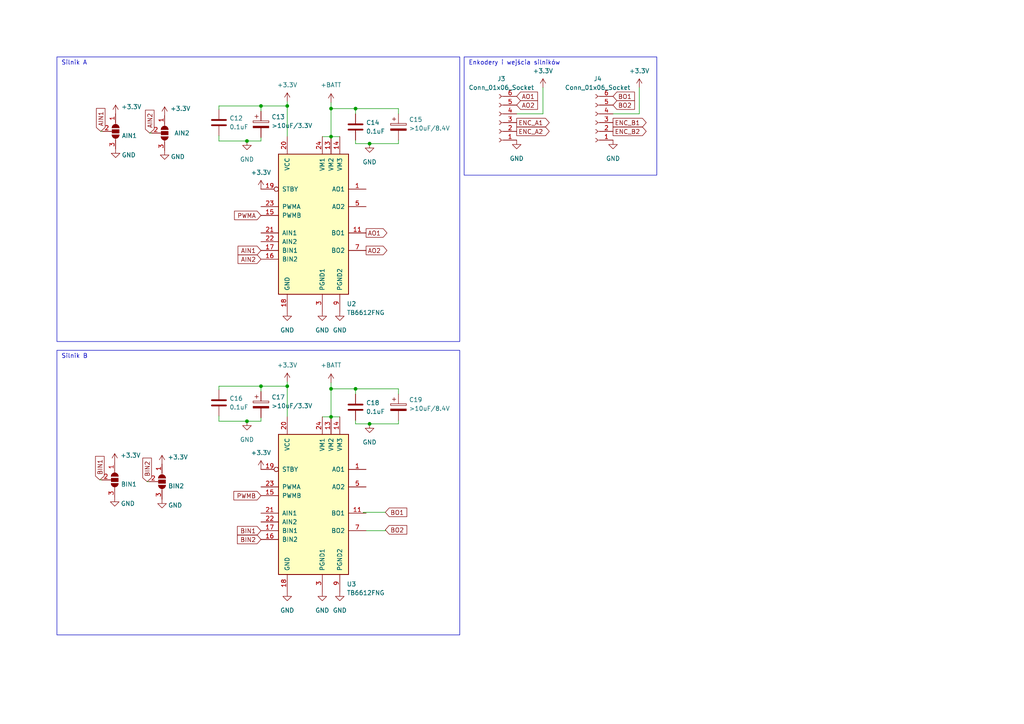
<source format=kicad_sch>
(kicad_sch (version 20231120) (generator "eeschema") (generator_version "8.0")
  (paper "A4")
  (title_block (title "Płytka główna") (date "01.05.2024"))
  (lib_symbols
    (symbol "Connector:Conn_01x06_Socket" (pin_names (offset 1.016) hide)
      (property "Reference" "J" (at 0 7.62 0))
      (property "Value" "Conn_01x06_Socket" (at 0 -10.16 0))
      (symbol "Conn_01x06_Socket_1_1"
        (arc (start 0 -7.112) (mid -0.5058 -7.62) (end 0 -8.128) (stroke (width 0.1524)))
        (arc (start 0 -4.572) (mid -0.5058 -5.08) (end 0 -5.588) (stroke (width 0.1524)))
        (arc (start 0 -2.032) (mid -0.5058 -2.54) (end 0 -3.048) (stroke (width 0.1524)))
        (polyline (pts (xy -1.27 -7.62) (xy -0.508 -7.62)) (stroke (width 0.1524)))
        (polyline (pts (xy -1.27 -5.08) (xy -0.508 -5.08)) (stroke (width 0.1524)))
        (polyline (pts (xy -1.27 -2.54) (xy -0.508 -2.54)) (stroke (width 0.1524)))
        (polyline (pts (xy -1.27 0) (xy -0.508 0)) (stroke (width 0.1524)))
        (polyline (pts (xy -1.27 2.54) (xy -0.508 2.54)) (stroke (width 0.1524)))
        (polyline (pts (xy -1.27 5.08) (xy -0.508 5.08)) (stroke (width 0.1524)))
        (arc (start 0 0.508) (mid -0.5058 0) (end 0 -0.508) (stroke (width 0.1524)))
        (arc (start 0 3.048) (mid -0.5058 2.54) (end 0 2.032) (stroke (width 0.1524)))
        (arc (start 0 5.588) (mid -0.5058 5.08) (end 0 4.572) (stroke (width 0.1524)))
        (pin passive line (at -5.08 5.08 0) (length 3.81) (name "Pin_1") (number "1"))
        (pin passive line (at -5.08 2.54 0) (length 3.81) (name "Pin_2") (number "2"))
        (pin passive line (at -5.08 0 0) (length 3.81) (name "Pin_3") (number "3"))
        (pin passive line (at -5.08 -2.54 0) (length 3.81) (name "Pin_4") (number "4"))
        (pin passive line (at -5.08 -5.08 0) (length 3.81) (name "Pin_5") (number "5"))
        (pin passive line (at -5.08 -7.62 0) (length 3.81) (name "Pin_6") (number "6"))
      )
    )
    (symbol "Device:C" (pin_numbers hide) (pin_names (offset 0.254))
      (property "Reference" "C" (at 0.635 2.54 0))
      (property "Value" "C" (at 0.635 -2.54 0))
      (symbol "C_0_1"
        (polyline (pts (xy -2.032 -0.762) (xy 2.032 -0.762)) (stroke (width 0.508)))
        (polyline (pts (xy -2.032 0.762) (xy 2.032 0.762)) (stroke (width 0.508)))
      )
      (symbol "C_1_1"
        (pin passive line (at 0 3.81 270) (length 2.794) (name "~") (number "1"))
        (pin passive line (at 0 -3.81 90) (length 2.794) (name "~") (number "2"))
      )
    )
    (symbol "Device:C_Polarized" (pin_numbers hide) (pin_names (offset 0.254))
      (property "Reference" "C" (at 0.635 2.54 0))
      (property "Value" "C_Polarized" (at 0.635 -2.54 0))
      (symbol "C_Polarized_0_1"
        (rectangle (start -2.286 0.508) (end 2.286 1.016))
        (polyline (pts (xy -1.778 2.286) (xy -0.762 2.286)))
        (polyline (pts (xy -1.27 2.794) (xy -1.27 1.778)))
        (rectangle (start 2.286 -0.508) (end -2.286 -1.016) (fill (type outline)))
      )
      (symbol "C_Polarized_1_1"
        (pin passive line (at 0 3.81 270) (length 2.794) (name "~") (number "1"))
        (pin passive line (at 0 -3.81 90) (length 2.794) (name "~") (number "2"))
      )
    )
    (symbol "Driver_Motor:TB6612FNG" (pin_names (offset 1.016))
      (property "Reference" "U" (at 11.43 17.78 0))
      (property "Value" "TB6612FNG" (at 11.43 15.24 0))
      (symbol "TB6612FNG_0_1"
        (rectangle (start -10.16 20.32) (end 10.16 -20.32) (stroke (width 0.254)) (fill (type background)))
      )
      (symbol "TB6612FNG_1_1"
        (pin output line (at 15.24 10.16 180) (length 5.08) (name "AO1") (number "1"))
        (pin passive line (at 7.62 -25.4 90) (length 5.08) hide (name "PGND2") (number "10"))
        (pin output line (at 15.24 -2.54 180) (length 5.08) (name "BO1") (number "11"))
        (pin passive line (at 15.24 -2.54 180) (length 5.08) hide (name "BO1") (number "12"))
        (pin power_in line (at 5.08 25.4 270) (length 5.08) (name "VM2") (number "13"))
        (pin power_in line (at 7.62 25.4 270) (length 5.08) (name "VM3") (number "14"))
        (pin input line (at -15.24 2.54 0) (length 5.08) (name "PWMB") (number "15"))
        (pin input line (at -15.24 -10.16 0) (length 5.08) (name "BIN2") (number "16"))
        (pin input line (at -15.24 -7.62 0) (length 5.08) (name "BIN1") (number "17"))
        (pin power_in line (at -7.62 -25.4 90) (length 5.08) (name "GND") (number "18"))
        (pin input inverted (at -15.24 10.16 0) (length 5.08) (name "STBY") (number "19"))
        (pin passive line (at 15.24 10.16 180) (length 5.08) hide (name "AO1") (number "2"))
        (pin power_in line (at -7.62 25.4 270) (length 5.08) (name "VCC") (number "20"))
        (pin input line (at -15.24 -2.54 0) (length 5.08) (name "AIN1") (number "21"))
        (pin input line (at -15.24 -5.08 0) (length 5.08) (name "AIN2") (number "22"))
        (pin input line (at -15.24 5.08 0) (length 5.08) (name "PWMA") (number "23"))
        (pin power_in line (at 2.54 25.4 270) (length 5.08) (name "VM1") (number "24"))
        (pin power_in line (at 2.54 -25.4 90) (length 5.08) (name "PGND1") (number "3"))
        (pin passive line (at 2.54 -25.4 90) (length 5.08) hide (name "PGND1") (number "4"))
        (pin output line (at 15.24 5.08 180) (length 5.08) (name "AO2") (number "5"))
        (pin passive line (at 15.24 5.08 180) (length 5.08) hide (name "AO2") (number "6"))
        (pin output line (at 15.24 -7.62 180) (length 5.08) (name "BO2") (number "7"))
        (pin passive line (at 15.24 -7.62 180) (length 5.08) hide (name "BO2") (number "8"))
        (pin power_in line (at 7.62 -25.4 90) (length 5.08) (name "PGND2") (number "9"))
      )
    )
    (symbol "Jumper:SolderJumper_3_Open" (pin_names (offset 0) hide)
      (property "Reference" "JP" (at -2.54 -2.54 0))
      (property "Value" "SolderJumper_3_Open" (at 0 2.794 0))
      (symbol "SolderJumper_3_Open_0_1"
        (arc (start -1.016 1.016) (mid -2.0276 0) (end -1.016 -1.016))
        (arc (start -1.016 1.016) (mid -2.0276 0) (end -1.016 -1.016) (fill (type outline)))
        (rectangle (start -0.508 1.016) (end 0.508 -1.016) (fill (type outline)))
        (polyline (pts (xy -2.54 0) (xy -2.032 0)))
        (polyline (pts (xy -1.016 1.016) (xy -1.016 -1.016)))
        (polyline (pts (xy 0 -1.27) (xy 0 -1.016)))
        (polyline (pts (xy 1.016 1.016) (xy 1.016 -1.016)))
        (polyline (pts (xy 2.54 0) (xy 2.032 0)))
        (arc (start 1.016 -1.016) (mid 2.0276 0) (end 1.016 1.016))
        (arc (start 1.016 -1.016) (mid 2.0276 0) (end 1.016 1.016) (fill (type outline)))
      )
      (symbol "SolderJumper_3_Open_1_1"
        (pin passive line (at -5.08 0 0) (length 2.54) (name "A") (number "1"))
        (pin passive line (at 0 -3.81 90) (length 2.54) (name "C") (number "2"))
        (pin passive line (at 5.08 0 180) (length 2.54) (name "B") (number "3"))
      )
    )
    (symbol "power:+3.3V" (power) (pin_names (offset 0))
      (property "Value" "+3.3V" (at 0 3.556 0))
      (symbol "+3.3V_0_1"
        (polyline (pts (xy -0.762 1.27) (xy 0 2.54)))
        (polyline (pts (xy 0 0) (xy 0 2.54)))
        (polyline (pts (xy 0 2.54) (xy 0.762 1.27)))
      )
      (symbol "+3.3V_1_1"
        (pin power_in line (at 0 0 90) (length 0) hide (name "+3.3V") (number "1"))
      )
    )
    (symbol "power:+BATT" (power) (pin_names (offset 0))
      (property "Value" "+BATT" (at 0 3.556 0))
      (symbol "+BATT_0_1"
        (polyline (pts (xy -0.762 1.27) (xy 0 2.54)))
        (polyline (pts (xy 0 0) (xy 0 2.54)))
        (polyline (pts (xy 0 2.54) (xy 0.762 1.27)))
      )
      (symbol "+BATT_1_1"
        (pin power_in line (at 0 0 90) (length 0) hide (name "+BATT") (number "1"))
      )
    )
    (symbol "power:GND" (power) (pin_names (offset 0))
      (property "Value" "GND" (at 0 -3.81 0))
      (symbol "GND_0_1"
        (polyline (pts (xy 0 0) (xy 0 -1.27) (xy 1.27 -1.27) (xy 0 -2.54) (xy -1.27 -1.27) (xy 0 -1.27)))
      )
      (symbol "GND_1_1"
        (pin power_in line (at 0 0 270) (length 0) hide (name "GND") (number "1"))
      )
    )
  )
  (junction (at 75.692 112.014))
  (junction (at 96.012 39.624))
  (junction (at 107.188 122.936))
  (junction (at 96.012 120.904))
  (junction (at 103.124 31.496))
  (junction (at 107.188 41.656))
  (junction (at 103.124 112.776))
  (junction (at 71.628 122.174))
  (junction (at 83.312 112.014))
  (junction (at 96.012 31.496))
  (junction (at 71.628 40.894))
  (junction (at 75.692 30.734))
  (junction (at 83.312 30.734))
  (junction (at 96.012 112.776))
  (wire (pts (xy 96.012 39.624) (xy 98.552 39.624)))
  (wire (pts (xy 83.312 29.464) (xy 83.312 30.734)))
  (wire (pts (xy 63.5 112.014) (xy 75.692 112.014)))
  (wire (pts (xy 93.472 120.904) (xy 96.012 120.904)))
  (wire (pts (xy 83.312 110.744) (xy 83.312 112.014)))
  (wire (pts (xy 96.012 112.776) (xy 103.124 112.776)))
  (wire (pts (xy 103.124 41.656) (xy 107.188 41.656)))
  (wire (pts (xy 75.692 112.014) (xy 83.312 112.014)))
  (wire (pts (xy 83.312 30.734) (xy 83.312 39.624)))
  (wire (pts (xy 105.41 148.844) (xy 106.172 148.844)))
  (wire (pts (xy 103.124 122.936) (xy 107.188 122.936)))
  (wire (pts (xy 96.012 29.718) (xy 96.012 31.496)))
  (wire (pts (xy 157.48 33.02) (xy 149.86 33.02)))
  (wire (pts (xy 103.124 112.776) (xy 103.124 114.3)))
  (wire (pts (xy 63.5 30.734) (xy 75.692 30.734)))
  (wire (pts (xy 63.5 112.014) (xy 63.5 113.03)))
  (wire (pts (xy 75.692 30.734) (xy 83.312 30.734)))
  (wire (pts (xy 63.5 122.174) (xy 71.628 122.174)))
  (wire (pts (xy 75.692 32.258) (xy 75.692 30.734)))
  (wire (pts (xy 105.41 148.59) (xy 105.41 148.844)))
  (wire (pts (xy 96.012 112.776) (xy 96.012 120.904)))
  (wire (pts (xy 115.57 33.02) (xy 115.57 31.496)))
  (wire (pts (xy 115.57 31.496) (xy 103.124 31.496)))
  (wire (pts (xy 63.5 120.65) (xy 63.5 122.174)))
  (wire (pts (xy 75.692 122.174) (xy 71.628 122.174)))
  (wire (pts (xy 28.956 139.192) (xy 29.464 139.192)))
  (wire (pts (xy 103.124 40.64) (xy 103.124 41.656)))
  (wire (pts (xy 75.692 39.878) (xy 75.692 40.894)))
  (wire (pts (xy 63.5 39.37) (xy 63.5 40.894)))
  (wire (pts (xy 43.434 38.608) (xy 43.942 38.608)))
  (wire (pts (xy 75.692 40.894) (xy 71.628 40.894)))
  (wire (pts (xy 29.21 38.1) (xy 29.718 38.1)))
  (wire (pts (xy 96.012 31.496) (xy 103.124 31.496)))
  (wire (pts (xy 115.57 112.776) (xy 103.124 112.776)))
  (wire (pts (xy 115.57 121.92) (xy 115.57 122.936)))
  (wire (pts (xy 185.42 25.4) (xy 185.42 33.02)))
  (wire (pts (xy 96.012 120.904) (xy 98.552 120.904)))
  (wire (pts (xy 42.672 139.7) (xy 43.18 139.7)))
  (wire (pts (xy 185.42 33.02) (xy 177.8 33.02)))
  (wire (pts (xy 111.76 153.924) (xy 106.172 153.924)))
  (wire (pts (xy 115.57 40.64) (xy 115.57 41.656)))
  (wire (pts (xy 96.012 110.998) (xy 96.012 112.776)))
  (wire (pts (xy 93.472 39.624) (xy 96.012 39.624)))
  (wire (pts (xy 157.48 25.4) (xy 157.48 33.02)))
  (wire (pts (xy 75.692 113.538) (xy 75.692 112.014)))
  (wire (pts (xy 63.5 30.734) (xy 63.5 31.75)))
  (wire (pts (xy 96.012 31.496) (xy 96.012 39.624)))
  (wire (pts (xy 111.76 153.67) (xy 111.76 153.924)))
  (wire (pts (xy 111.76 148.59) (xy 105.41 148.59)))
  (wire (pts (xy 83.312 112.014) (xy 83.312 120.904)))
  (wire (pts (xy 63.5 40.894) (xy 71.628 40.894)))
  (wire (pts (xy 75.692 121.158) (xy 75.692 122.174)))
  (wire (pts (xy 115.57 41.656) (xy 107.188 41.656)))
  (wire (pts (xy 115.57 122.936) (xy 107.188 122.936)))
  (wire (pts (xy 103.124 31.496) (xy 103.124 33.02)))
  (wire (pts (xy 115.57 114.3) (xy 115.57 112.776)))
  (wire (pts (xy 103.124 121.92) (xy 103.124 122.936)))
  (rectangle (start 134.62 16.51) (end 190.5 50.8))
  (rectangle (start 16.51 16.51) (end 133.35 99.06))
  (rectangle (start 16.51 101.6) (end 133.35 184.15))
  (text "Silnik A" (at 17.78 19.05 0) (effects (font (size 1.27 1.27)) (justify left bottom)))
  (text "Silnik B\n" (at 17.78 104.14 0) (effects (font (size 1.27 1.27)) (justify left bottom)))
  (text "Enkodery i wejścia silników\n" (at 135.89 19.05 0) (effects (font (size 1.27 1.27)) (justify left bottom)))
  (global_label "BIN1" (shape input) (at 75.692 153.924 180) (property "Intersheetrefs" "${INTERSHEET_REFS}" (effects (hide yes))))
  (global_label "AIN1" (shape input) (at 75.692 72.644 180) (property "Intersheetrefs" "${INTERSHEET_REFS}" (effects (hide yes))))
  (global_label "ENC_B1" (shape output) (at 177.8 35.56 0) (property "Intersheetrefs" "${INTERSHEET_REFS}" (effects (hide yes))))
  (global_label "BO1" (shape input) (at 111.76 148.59 0) (property "Intersheetrefs" "${INTERSHEET_REFS}" (effects (hide yes))))
  (global_label "AO1" (shape output) (at 106.172 67.564 0) (property "Intersheetrefs" "${INTERSHEET_REFS}" (effects (hide yes))))
  (global_label "BO2" (shape input) (at 177.8 30.48 0) (property "Intersheetrefs" "${INTERSHEET_REFS}" (effects (hide yes))))
  (global_label "AIN2" (shape input) (at 43.434 38.608 90) (property "Intersheetrefs" "${INTERSHEET_REFS}" (effects (hide yes))))
  (global_label "AIN1" (shape input) (at 29.21 38.1 90) (property "Intersheetrefs" "${INTERSHEET_REFS}" (effects (hide yes))))
  (global_label "ENC_A2" (shape output) (at 149.86 38.1 0) (property "Intersheetrefs" "${INTERSHEET_REFS}" (effects (hide yes))))
  (global_label "BO2" (shape input) (at 111.76 153.67 0) (property "Intersheetrefs" "${INTERSHEET_REFS}" (effects (hide yes))))
  (global_label "BO1" (shape input) (at 177.8 27.94 0) (property "Intersheetrefs" "${INTERSHEET_REFS}" (effects (hide yes))))
  (global_label "AO2" (shape output) (at 106.172 72.644 0) (property "Intersheetrefs" "${INTERSHEET_REFS}" (effects (hide yes))))
  (global_label "AO1" (shape input) (at 149.86 27.94 0) (property "Intersheetrefs" "${INTERSHEET_REFS}" (effects (hide yes))))
  (global_label "ENC_A1" (shape output) (at 149.86 35.56 0) (property "Intersheetrefs" "${INTERSHEET_REFS}" (effects (hide yes))))
  (global_label "BIN2" (shape input) (at 42.672 139.7 90) (property "Intersheetrefs" "${INTERSHEET_REFS}" (effects (hide yes))))
  (global_label "BIN2" (shape input) (at 75.692 156.464 180) (property "Intersheetrefs" "${INTERSHEET_REFS}" (effects (hide yes))))
  (global_label "BIN1" (shape input) (at 28.956 139.192 90) (property "Intersheetrefs" "${INTERSHEET_REFS}" (effects (hide yes))))
  (global_label "PWMA" (shape input) (at 75.692 62.484 180) (property "Intersheetrefs" "${INTERSHEET_REFS}" (effects (hide yes))))
  (global_label "AIN2" (shape input) (at 75.692 75.184 180) (property "Intersheetrefs" "${INTERSHEET_REFS}" (effects (hide yes))))
  (global_label "ENC_B2" (shape output) (at 177.8 38.1 0) (property "Intersheetrefs" "${INTERSHEET_REFS}" (effects (hide yes))))
  (global_label "AO2" (shape input) (at 149.86 30.48 0) (property "Intersheetrefs" "${INTERSHEET_REFS}" (effects (hide yes))))
  (global_label "PWMB" (shape input) (at 75.692 143.764 180) (property "Intersheetrefs" "${INTERSHEET_REFS}" (effects (hide yes))))
  (symbol (lib_id "power:GND") (at 98.552 90.424 0) (unit 1)
    (property "Reference" "#PWR044" (effects (hide yes)))
    (property "Value" "GND" (at 98.552 95.758 0))
    (instances (project "Płytka główna" (path "" (reference "#PWR044") (unit 1))) (project "LF_1" (path "" (reference "#PWR016") (unit 1)) (path "" (reference "#PWR036") (unit 1))))
  )
  (symbol (lib_id "Driver_Motor:TB6612FNG") (at 90.932 65.024 0) (unit 1)
    (property "Reference" "U2" (at 100.5714 88.138 0) (effects (justify left)))
    (property "Value" "TB6612FNG" (at 100.5714 90.678 0) (effects (justify left)))
    (property "Footprint" "Package_SO:SSOP-24_5.3x8.2mm_P0.65mm" (effects (hide yes)))
    (property "Datasheet" "https://toshiba.semicon-storage.com/us/product/linear/motordriver/detail.TB6612FNG.html" (effects (hide yes)))
    (instances (project "Płytka główna" (path "" (reference "U2") (unit 1))) (project "LF_1" (path "" (reference "U1") (unit 1)) (path "" (reference "U2") (unit 1))))
  )
  (symbol (lib_id "Device:C") (at 103.124 36.83 0) (unit 1)
    (property "Reference" "C14" (at 106.172 35.5599 0) (effects (justify left)))
    (property "Value" "0.1uF" (at 106.172 38.0999 0) (effects (justify left)))
    (property "Footprint" "Capacitor_SMD:C_0603_1608Metric" (effects (hide yes)))
    (instances (project "Płytka główna" (path "" (reference "C14") (unit 1))) (project "LF_1" (path "" (reference "C3") (unit 1)) (path "" (reference "C10") (unit 1))))
  )
  (symbol (lib_id "Jumper:SolderJumper_3_Open") (at 47.752 38.608 270) (unit 1)
    (property "Reference" "AIN2" (at 50.546 38.6079 90) (effects (justify left)))
    (property "Value" "SolderJumper_3_Open" (effects (hide yes)))
    (property "Footprint" "Jumper:SolderJumper-3_P1.3mm_Open_RoundedPad1.0x1.5mm" (effects (hide yes)))
  )
  (symbol (lib_id "power:GND") (at 71.628 40.894 0) (unit 1)
    (property "Reference" "#PWR037" (effects (hide yes)))
    (property "Value" "GND" (at 71.628 46.228 0))
    (instances (project "Płytka główna" (path "" (reference "#PWR037") (unit 1))) (project "LF_1" (path "" (reference "#PWR05") (unit 1)) (path "" (reference "#PWR025") (unit 1))))
  )
  (symbol (lib_id "power:GND") (at 93.472 90.424 0) (unit 1)
    (property "Reference" "#PWR043" (effects (hide yes)))
    (property "Value" "GND" (at 93.472 95.758 0))
    (instances (project "Płytka główna" (path "" (reference "#PWR043") (unit 1))) (project "LF_1" (path "" (reference "#PWR015") (unit 1)) (path "" (reference "#PWR035") (unit 1))))
  )
  (symbol (lib_id "power:GND") (at 107.188 41.656 0) (unit 1)
    (property "Reference" "#PWR038" (effects (hide yes)))
    (property "Value" "GND" (at 107.188 46.99 0))
    (instances (project "Płytka główna" (path "" (reference "#PWR038") (unit 1))) (project "LF_1" (path "" (reference "#PWR06") (unit 1)) (path "" (reference "#PWR026") (unit 1))))
  )
  (symbol (lib_id "power:+3.3V") (at 185.42 25.4 0) (unit 1)
    (property "Reference" "#PWR030" (effects (hide yes)))
    (property "Value" "+3.3V" (at 185.42 20.574 0))
    (instances (project "Płytka główna" (path "" (reference "#PWR030") (unit 1))) (project "LF_1" (path "" (reference "#PWR01") (unit 1)) (path "" (reference "#PWR021") (unit 1))))
  )
  (symbol (lib_id "power:+3.3V") (at 33.274 134.112 0) (unit 1)
    (property "Reference" "#PWR049" (effects (hide yes)))
    (property "Value" "+3.3V" (at 37.846 132.08 0))
    (instances (project "Płytka główna" (path "" (reference "#PWR049") (unit 1))) (project "LF_1" (path "" (reference "#PWR09") (unit 1)) (path "" (reference "#PWR029") (unit 1))))
  )
  (symbol (lib_id "Connector:Conn_01x06_Socket") (at 144.78 35.56 180) (unit 1)
    (property "Reference" "J3" (at 145.415 22.86 0))
    (property "Value" "Conn_01x06_Socket" (at 145.415 25.4 0))
    (property "Footprint" "Connector_PinHeader_2.00mm:PinHeader_1x06_P2.00mm_Vertical" (effects (hide yes)))
  )
  (symbol (lib_id "power:GND") (at 33.528 43.18 0) (unit 1)
    (property "Reference" "#PWR039" (effects (hide yes)))
    (property "Value" "GND" (at 37.338 44.958 0))
    (instances (project "Płytka główna" (path "" (reference "#PWR039") (unit 1))) (project "LF_1" (path "" (reference "#PWR07") (unit 1)) (path "" (reference "#PWR027") (unit 1))))
  )
  (symbol (lib_id "power:GND") (at 177.8 40.64 0) (unit 1)
    (property "Reference" "#PWR036" (effects (hide yes)))
    (property "Value" "GND" (at 177.8 45.974 0))
    (instances (project "Płytka główna" (path "" (reference "#PWR036") (unit 1))) (project "LF_1" (path "" (reference "#PWR016") (unit 1)) (path "" (reference "#PWR036") (unit 1))))
  )
  (symbol (lib_id "power:+3.3V") (at 33.528 33.02 0) (unit 1)
    (property "Reference" "#PWR033" (effects (hide yes)))
    (property "Value" "+3.3V" (at 38.1 30.988 0))
    (instances (project "Płytka główna" (path "" (reference "#PWR033") (unit 1))) (project "LF_1" (path "" (reference "#PWR03") (unit 1)) (path "" (reference "#PWR023") (unit 1))))
  )
  (symbol (lib_id "Driver_Motor:TB6612FNG") (at 90.932 146.304 0) (unit 1)
    (property "Reference" "U3" (at 100.5714 169.418 0) (effects (justify left)))
    (property "Value" "TB6612FNG" (at 100.5714 171.958 0) (effects (justify left)))
    (property "Footprint" "Package_SO:SSOP-24_5.3x8.2mm_P0.65mm" (effects (hide yes)))
    (property "Datasheet" "https://toshiba.semicon-storage.com/us/product/linear/motordriver/detail.TB6612FNG.html" (effects (hide yes)))
    (instances (project "Płytka główna" (path "" (reference "U3") (unit 1))) (project "LF_1" (path "" (reference "U1") (unit 1)) (path "" (reference "U2") (unit 1))))
  )
  (symbol (lib_id "Device:C_Polarized") (at 75.692 117.348 0) (unit 1)
    (property "Reference" "C17" (at 78.74 115.1889 0) (effects (justify left)))
    (property "Value" ">10uF/3.3V" (at 78.74 117.7289 0) (effects (justify left)))
    (property "Footprint" "Capacitor_Tantalum_SMD:CP_EIA-3528-21_Kemet-B" (effects (hide yes)))
    (instances (project "Płytka główna" (path "" (reference "C17") (unit 1))) (project "LF_1" (path "" (reference "C2") (unit 1)) (path "" (reference "C9") (unit 1))))
  )
  (symbol (lib_id "Jumper:SolderJumper_3_Open") (at 33.274 139.192 270) (unit 1)
    (property "Reference" "BIN1" (at 35.052 140.4621 90) (effects (justify left)))
    (property "Value" "SolderJumper_3_Open" (effects (hide yes)))
    (property "Footprint" "Jumper:SolderJumper-3_P1.3mm_Open_RoundedPad1.0x1.5mm" (effects (hide yes)))
  )
  (symbol (lib_id "Device:C_Polarized") (at 115.57 36.83 0) (unit 1)
    (property "Reference" "C15" (at 118.618 34.6709 0) (effects (justify left)))
    (property "Value" ">10uF/8.4V" (at 118.618 37.2109 0) (effects (justify left)))
    (property "Footprint" "Capacitor_Tantalum_SMD:CP_EIA-3528-21_Kemet-B" (effects (hide yes)))
    (instances (project "Płytka główna" (path "" (reference "C15") (unit 1))) (project "LF_1" (path "" (reference "C4") (unit 1)) (path "" (reference "C11") (unit 1))))
  )
  (symbol (lib_id "power:GND") (at 149.86 40.64 0) (unit 1)
    (property "Reference" "#PWR035" (effects (hide yes)))
    (property "Value" "GND" (at 149.86 45.974 0))
    (instances (project "Płytka główna" (path "" (reference "#PWR035") (unit 1))) (project "LF_1" (path "" (reference "#PWR016") (unit 1)) (path "" (reference "#PWR036") (unit 1))))
  )
  (symbol (lib_id "Connector:Conn_01x06_Socket") (at 172.72 35.56 180) (unit 1)
    (property "Reference" "J4" (at 173.355 22.86 0))
    (property "Value" "Conn_01x06_Socket" (at 173.355 25.4 0))
    (property "Footprint" "Connector_PinHeader_2.00mm:PinHeader_1x06_P2.00mm_Vertical" (effects (hide yes)))
  )
  (symbol (lib_id "power:GND") (at 71.628 122.174 0) (unit 1)
    (property "Reference" "#PWR047" (effects (hide yes)))
    (property "Value" "GND" (at 71.628 127.508 0))
    (instances (project "Płytka główna" (path "" (reference "#PWR047") (unit 1))) (project "LF_1" (path "" (reference "#PWR05") (unit 1)) (path "" (reference "#PWR025") (unit 1))))
  )
  (symbol (lib_id "power:GND") (at 47.752 43.688 0) (unit 1)
    (property "Reference" "#PWR040" (effects (hide yes)))
    (property "Value" "GND" (at 51.562 45.466 0))
    (instances (project "Płytka główna" (path "" (reference "#PWR040") (unit 1))) (project "LF_1" (path "" (reference "#PWR08") (unit 1)) (path "" (reference "#PWR028") (unit 1))))
  )
  (symbol (lib_id "power:+3.3V") (at 83.312 29.464 0) (unit 1)
    (property "Reference" "#PWR031" (effects (hide yes)))
    (property "Value" "+3.3V" (at 83.312 24.638 0))
    (instances (project "Płytka główna" (path "" (reference "#PWR031") (unit 1))) (project "LF_1" (path "" (reference "#PWR01") (unit 1)) (path "" (reference "#PWR021") (unit 1))))
  )
  (symbol (lib_id "power:GND") (at 107.188 122.936 0) (unit 1)
    (property "Reference" "#PWR048" (effects (hide yes)))
    (property "Value" "GND" (at 107.188 128.27 0))
    (instances (project "Płytka główna" (path "" (reference "#PWR048") (unit 1))) (project "LF_1" (path "" (reference "#PWR06") (unit 1)) (path "" (reference "#PWR026") (unit 1))))
  )
  (symbol (lib_id "Device:C") (at 103.124 118.11 0) (unit 1)
    (property "Reference" "C18" (at 106.172 116.8399 0) (effects (justify left)))
    (property "Value" "0.1uF" (at 106.172 119.3799 0) (effects (justify left)))
    (property "Footprint" "Capacitor_SMD:C_0603_1608Metric" (effects (hide yes)))
    (instances (project "Płytka główna" (path "" (reference "C18") (unit 1))) (project "LF_1" (path "" (reference "C3") (unit 1)) (path "" (reference "C10") (unit 1))))
  )
  (symbol (lib_id "power:GND") (at 93.472 171.704 0) (unit 1)
    (property "Reference" "#PWR055" (effects (hide yes)))
    (property "Value" "GND" (at 93.472 177.038 0))
    (instances (project "Płytka główna" (path "" (reference "#PWR055") (unit 1))) (project "LF_1" (path "" (reference "#PWR015") (unit 1)) (path "" (reference "#PWR035") (unit 1))))
  )
  (symbol (lib_id "Device:C") (at 63.5 116.84 0) (unit 1)
    (property "Reference" "C16" (at 66.548 115.5699 0) (effects (justify left)))
    (property "Value" "0.1uF" (at 66.548 118.1099 0) (effects (justify left)))
    (property "Footprint" "Capacitor_SMD:C_0603_1608Metric" (effects (hide yes)))
    (instances (project "Płytka główna" (path "" (reference "C16") (unit 1))) (project "LF_1" (path "" (reference "C1") (unit 1)) (path "" (reference "C8") (unit 1))))
  )
  (symbol (lib_id "Jumper:SolderJumper_3_Open") (at 46.99 139.7 270) (unit 1)
    (property "Reference" "BIN2" (at 48.768 140.9701 90) (effects (justify left)))
    (property "Value" "SolderJumper_3_Open" (effects (hide yes)))
    (property "Footprint" "Jumper:SolderJumper-3_P1.3mm_Open_RoundedPad1.0x1.5mm" (effects (hide yes)))
  )
  (symbol (lib_id "power:GND") (at 33.274 144.272 0) (unit 1)
    (property "Reference" "#PWR052" (effects (hide yes)))
    (property "Value" "GND" (at 37.084 146.05 0))
    (instances (project "Płytka główna" (path "" (reference "#PWR052") (unit 1))) (project "LF_1" (path "" (reference "#PWR012") (unit 1)) (path "" (reference "#PWR032") (unit 1))))
  )
  (symbol (lib_id "Device:C") (at 63.5 35.56 0) (unit 1)
    (property "Reference" "C12" (at 66.548 34.2899 0) (effects (justify left)))
    (property "Value" "0.1uF" (at 66.548 36.8299 0) (effects (justify left)))
    (property "Footprint" "Capacitor_SMD:C_0603_1608Metric" (effects (hide yes)))
    (instances (project "Płytka główna" (path "" (reference "C12") (unit 1))) (project "LF_1" (path "" (reference "C1") (unit 1)) (path "" (reference "C8") (unit 1))))
  )
  (symbol (lib_id "power:+3.3V") (at 83.312 110.744 0) (unit 1)
    (property "Reference" "#PWR045" (effects (hide yes)))
    (property "Value" "+3.3V" (at 83.312 105.918 0))
    (instances (project "Płytka główna" (path "" (reference "#PWR045") (unit 1))) (project "LF_1" (path "" (reference "#PWR01") (unit 1)) (path "" (reference "#PWR021") (unit 1))))
  )
  (symbol (lib_id "power:GND") (at 83.312 90.424 0) (unit 1)
    (property "Reference" "#PWR042" (effects (hide yes)))
    (property "Value" "GND" (at 83.312 95.758 0))
    (instances (project "Płytka główna" (path "" (reference "#PWR042") (unit 1))) (project "LF_1" (path "" (reference "#PWR014") (unit 1)) (path "" (reference "#PWR034") (unit 1))))
  )
  (symbol (lib_id "power:+BATT") (at 96.012 110.998 0) (unit 1)
    (property "Reference" "#PWR046" (effects (hide yes)))
    (property "Value" "+BATT" (at 96.012 105.918 0))
    (instances (project "Płytka główna" (path "" (reference "#PWR046") (unit 1))) (project "LF_1" (path "" (reference "#PWR02") (unit 1)) (path "" (reference "#PWR022") (unit 1))))
  )
  (symbol (lib_id "power:+3.3V") (at 75.692 136.144 0) (unit 1)
    (property "Reference" "#PWR051" (effects (hide yes)))
    (property "Value" "+3.3V" (at 75.692 131.318 0))
    (instances (project "Płytka główna" (path "" (reference "#PWR051") (unit 1))) (project "LF_1" (path "" (reference "#PWR011") (unit 1)) (path "" (reference "#PWR031") (unit 1))))
  )
  (symbol (lib_id "Device:C_Polarized") (at 115.57 118.11 0) (unit 1)
    (property "Reference" "C19" (at 118.618 115.9509 0) (effects (justify left)))
    (property "Value" ">10uF/8.4V" (at 118.618 118.4909 0) (effects (justify left)))
    (property "Footprint" "Capacitor_Tantalum_SMD:CP_EIA-3528-21_Kemet-B" (effects (hide yes)))
    (instances (project "Płytka główna" (path "" (reference "C19") (unit 1))) (project "LF_1" (path "" (reference "C4") (unit 1)) (path "" (reference "C11") (unit 1))))
  )
  (symbol (lib_id "power:GND") (at 98.552 171.704 0) (unit 1)
    (property "Reference" "#PWR056" (effects (hide yes)))
    (property "Value" "GND" (at 98.552 177.038 0))
    (instances (project "Płytka główna" (path "" (reference "#PWR056") (unit 1))) (project "LF_1" (path "" (reference "#PWR016") (unit 1)) (path "" (reference "#PWR036") (unit 1))))
  )
  (symbol (lib_id "Jumper:SolderJumper_3_Open") (at 33.528 38.1 270) (unit 1)
    (property "Reference" "AIN1" (at 35.306 39.3701 90) (effects (justify left)))
    (property "Value" "SolderJumper_3_Open" (effects (hide yes)))
    (property "Footprint" "Jumper:SolderJumper-3_P1.3mm_Open_RoundedPad1.0x1.5mm" (effects (hide yes)))
  )
  (symbol (lib_id "power:GND") (at 46.99 144.78 0) (unit 1)
    (property "Reference" "#PWR053" (effects (hide yes)))
    (property "Value" "GND" (at 50.8 146.558 0))
    (instances (project "Płytka główna" (path "" (reference "#PWR053") (unit 1))) (project "LF_1" (path "" (reference "#PWR013") (unit 1)) (path "" (reference "#PWR033") (unit 1))))
  )
  (symbol (lib_id "Device:C_Polarized") (at 75.692 36.068 0) (unit 1)
    (property "Reference" "C13" (at 78.74 33.9089 0) (effects (justify left)))
    (property "Value" ">10uF/3.3V" (at 78.74 36.4489 0) (effects (justify left)))
    (property "Footprint" "Capacitor_Tantalum_SMD:CP_EIA-3528-21_Kemet-B" (effects (hide yes)))
    (instances (project "Płytka główna" (path "" (reference "C13") (unit 1))) (project "LF_1" (path "" (reference "C2") (unit 1)) (path "" (reference "C9") (unit 1))))
  )
  (symbol (lib_id "power:+3.3V") (at 157.48 25.4 0) (unit 1)
    (property "Reference" "#PWR029" (effects (hide yes)))
    (property "Value" "+3.3V" (at 157.48 20.574 0))
    (instances (project "Płytka główna" (path "" (reference "#PWR029") (unit 1))) (project "LF_1" (path "" (reference "#PWR01") (unit 1)) (path "" (reference "#PWR021") (unit 1))))
  )
  (symbol (lib_id "power:GND") (at 83.312 171.704 0) (unit 1)
    (property "Reference" "#PWR054" (effects (hide yes)))
    (property "Value" "GND" (at 83.312 177.038 0))
    (instances (project "Płytka główna" (path "" (reference "#PWR054") (unit 1))) (project "LF_1" (path "" (reference "#PWR014") (unit 1)) (path "" (reference "#PWR034") (unit 1))))
  )
  (symbol (lib_id "power:+3.3V") (at 75.692 54.864 0) (unit 1)
    (property "Reference" "#PWR041" (effects (hide yes)))
    (property "Value" "+3.3V" (at 75.692 50.038 0))
    (instances (project "Płytka główna" (path "" (reference "#PWR041") (unit 1))) (project "LF_1" (path "" (reference "#PWR011") (unit 1)) (path "" (reference "#PWR031") (unit 1))))
  )
  (symbol (lib_id "power:+3.3V") (at 46.99 134.62 0) (unit 1)
    (property "Reference" "#PWR050" (effects (hide yes)))
    (property "Value" "+3.3V" (at 51.562 132.588 0))
    (instances (project "Płytka główna" (path "" (reference "#PWR050") (unit 1))) (project "LF_1" (path "" (reference "#PWR010") (unit 1)) (path "" (reference "#PWR030") (unit 1))))
  )
  (symbol (lib_id "power:+3.3V") (at 47.752 33.528 0) (unit 1)
    (property "Reference" "#PWR034" (effects (hide yes)))
    (property "Value" "+3.3V" (at 52.324 31.496 0))
    (instances (project "Płytka główna" (path "" (reference "#PWR034") (unit 1))) (project "LF_1" (path "" (reference "#PWR04") (unit 1)) (path "" (reference "#PWR024") (unit 1))))
  )
  (symbol (lib_id "power:+BATT") (at 96.012 29.718 0) (unit 1)
    (property "Reference" "#PWR032" (effects (hide yes)))
    (property "Value" "+BATT" (at 96.012 24.638 0))
    (instances (project "Płytka główna" (path "" (reference "#PWR032") (unit 1))) (project "LF_1" (path "" (reference "#PWR02") (unit 1)) (path "" (reference "#PWR022") (unit 1))))
  )
)
</source>
